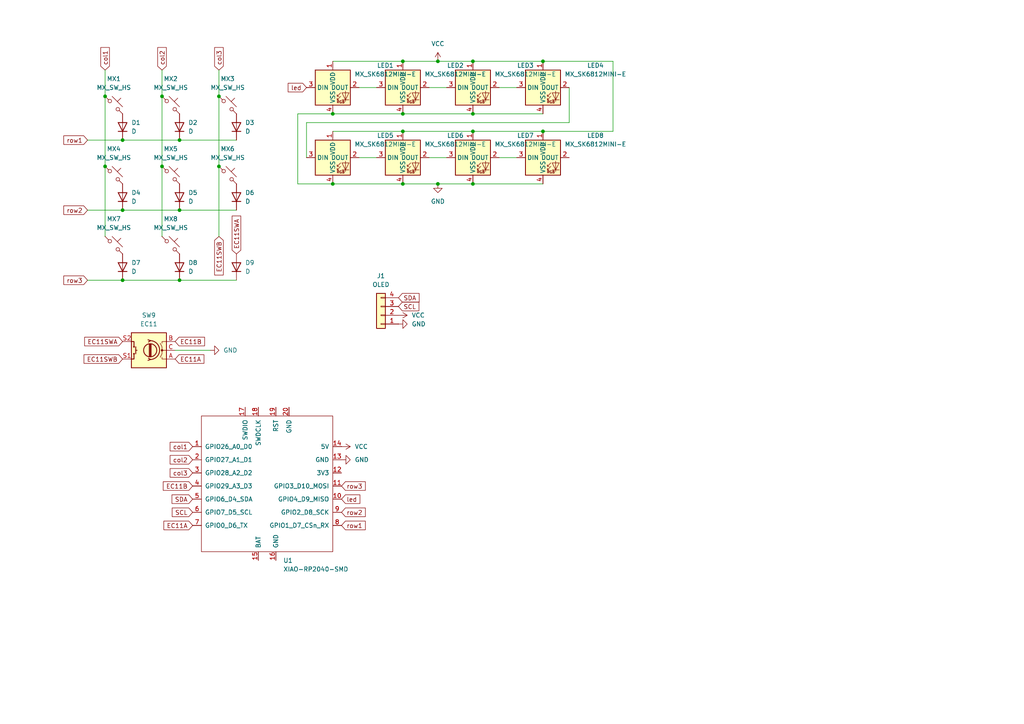
<source format=kicad_sch>
(kicad_sch (version 20250114) (generator "eeschema") (generator_version "9.0")
  (paper "A4")
  (lib_symbols
    (symbol "Connector_Generic:Conn_01x04" (pin_names (offset 1.016) (hide yes))
      (property "Reference" "J" (at 0 5.08 0))
      (property "Value" "Conn_01x04" (at 0 -7.62 0))
      (symbol "Conn_01x04_1_1"
        (rectangle (start -1.27 3.81) (end 1.27 -6.35) (stroke (width 0.254)) (fill (type background)))
        (rectangle (start -1.27 2.667) (end 0 2.413) (stroke (width 0.1524)))
        (rectangle (start -1.27 0.127) (end 0 -0.127) (stroke (width 0.1524)))
        (rectangle (start -1.27 -2.413) (end 0 -2.667) (stroke (width 0.1524)))
        (rectangle (start -1.27 -4.953) (end 0 -5.207) (stroke (width 0.1524)))
        (pin passive line (at -5.08 2.54 0) (length 3.81) (name "Pin_1") (number "1"))
        (pin passive line (at -5.08 0 0) (length 3.81) (name "Pin_2") (number "2"))
        (pin passive line (at -5.08 -2.54 0) (length 3.81) (name "Pin_3") (number "3"))
        (pin passive line (at -5.08 -5.08 0) (length 3.81) (name "Pin_4") (number "4"))
      )
    )
    (symbol "Device:D" (pin_numbers (hide yes)) (pin_names (offset 1.016) (hide yes))
      (property "Reference" "D" (at 0 2.54 0))
      (property "Value" "D" (at 0 -2.54 0))
      (symbol "D_0_1"
        (polyline (pts (xy -1.27 1.27) (xy -1.27 -1.27)) (stroke (width 0.254)))
        (polyline (pts (xy 1.27 1.27) (xy 1.27 -1.27) (xy -1.27 0) (xy 1.27 1.27)) (stroke (width 0.254)))
        (polyline (pts (xy 1.27 0) (xy -1.27 0)))
      )
      (symbol "D_1_1"
        (pin passive line (at -3.81 0 0) (length 2.54) (name "K") (number "1"))
        (pin passive line (at 3.81 0 180) (length 2.54) (name "A") (number "2"))
      )
    )
    (symbol "Device:RotaryEncoder_Switch" (pin_names (offset 0.254) (hide yes))
      (property "Reference" "SW" (at 0 6.604 0))
      (property "Value" "RotaryEncoder_Switch" (at 0 -6.604 0))
      (symbol "RotaryEncoder_Switch_0_1"
        (rectangle (start -5.08 5.08) (end 5.08 -5.08) (stroke (width 0.254)) (fill (type background)))
        (polyline (pts (xy -5.08 2.54) (xy -3.81 2.54) (xy -3.81 2.032)))
        (polyline (pts (xy -5.08 0) (xy -3.81 0) (xy -3.81 -1.016) (xy -3.302 -2.032)))
        (polyline (pts (xy -5.08 -2.54) (xy -3.81 -2.54) (xy -3.81 -2.032)))
        (polyline (pts (xy -4.318 0) (xy -3.81 0) (xy -3.81 1.016) (xy -3.302 2.032)))
        (circle (center -3.81 0) (radius 0.254) (fill (type outline)))
        (polyline (pts (xy -0.635 -1.778) (xy -0.635 1.778)) (stroke (width 0.254)))
        (circle (center -0.381 0) (radius 1.905) (stroke (width 0.254)))
        (polyline (pts (xy -0.381 -1.778) (xy -0.381 1.778)) (stroke (width 0.254)))
        (arc (start -0.381 -2.794) (mid -3.0988 -0.0635) (end -0.381 2.667) (stroke (width 0.254)))
        (polyline (pts (xy -0.127 1.778) (xy -0.127 -1.778)) (stroke (width 0.254)))
        (polyline (pts (xy 0.254 2.921) (xy -0.508 2.667) (xy 0.127 2.286)) (stroke (width 0.254)))
        (polyline (pts (xy 0.254 -3.048) (xy -0.508 -2.794) (xy 0.127 -2.413)) (stroke (width 0.254)))
        (polyline (pts (xy 3.81 1.016) (xy 3.81 -1.016)) (stroke (width 0.254)))
        (polyline (pts (xy 3.81 0) (xy 3.429 0)) (stroke (width 0.254)))
        (circle (center 4.318 1.016) (radius 0.127) (stroke (width 0.254)))
        (circle (center 4.318 -1.016) (radius 0.127) (stroke (width 0.254)))
        (polyline (pts (xy 5.08 2.54) (xy 4.318 2.54) (xy 4.318 1.016)) (stroke (width 0.254)))
        (polyline (pts (xy 5.08 -2.54) (xy 4.318 -2.54) (xy 4.318 -1.016)) (stroke (width 0.254)))
      )
      (symbol "RotaryEncoder_Switch_1_1"
        (pin passive line (at -7.62 2.54 0) (length 2.54) (name "A") (number "A"))
        (pin passive line (at -7.62 0 0) (length 2.54) (name "C") (number "C"))
        (pin passive line (at -7.62 -2.54 0) (length 2.54) (name "B") (number "B"))
        (pin passive line (at 7.62 2.54 180) (length 2.54) (name "S1") (number "S1"))
        (pin passive line (at 7.62 -2.54 180) (length 2.54) (name "S2") (number "S2"))
      )
    )
    (symbol "MX:MX_SK6812MINI-E"
      (property "Reference" "LED" (at 3.175 6.35 0))
      (property "Value" "MX_SK6812MINI-E" (at 10.16 -6.985 0))
      (symbol "MX_SK6812MINI-E_0_0"
        (text "RGB" (at 2.286 -4.191 0) (effects (font (size 0.762 0.762))))
      )
      (symbol "MX_SK6812MINI-E_0_1"
        (rectangle (start -5.08 5.08) (end 5.08 -5.08) (stroke (width 0.254)) (fill (type background)))
        (polyline (pts (xy 1.27 -2.54) (xy 1.778 -2.54)))
        (polyline (pts (xy 1.27 -3.556) (xy 1.778 -3.556)))
        (polyline (pts (xy 2.286 -1.524) (xy 1.27 -2.54) (xy 1.27 -2.032)))
        (polyline (pts (xy 2.286 -2.54) (xy 1.27 -3.556) (xy 1.27 -3.048)))
        (polyline (pts (xy 3.683 -1.016) (xy 3.683 -3.556) (xy 3.683 -4.064)))
        (polyline (pts (xy 4.699 -1.524) (xy 2.667 -1.524) (xy 3.683 -3.556) (xy 4.699 -1.524)))
        (polyline (pts (xy 4.699 -3.556) (xy 2.667 -3.556)))
      )
      (symbol "MX_SK6812MINI-E_1_1"
        (pin input line (at -7.62 0 0) (length 2.54) (name "DIN") (number "3"))
        (pin power_in line (at 0 7.62 270) (length 2.54) (name "VDD") (number "1"))
        (pin power_in line (at 0 -7.62 90) (length 2.54) (name "VSS") (number "4"))
        (pin output line (at 7.62 0 180) (length 2.54) (name "DOUT") (number "2"))
      )
    )
    (symbol "MX:MX_SW_HS_KS-2P02B01-01" (pin_numbers (hide yes)) (pin_names (offset 1.016) (hide yes))
      (property "Reference" "MX" (at 3.048 1.016 0))
      (property "Value" "MX_SW_HS" (at 0 -3.81 0))
      (symbol "MX_SW_HS_KS-2P02B01-01_0_1"
        (polyline (pts (xy -2.54 2.54) (xy -1.524 1.524) (xy -1.524 1.524)))
        (circle (center -1.1684 1.1684) (radius 0.508))
        (polyline (pts (xy -0.508 2.54) (xy 2.54 -0.508)))
        (polyline (pts (xy 1.016 1.016) (xy 2.032 2.032)))
        (circle (center 1.143 -1.1938) (radius 0.508))
        (polyline (pts (xy 1.524 -1.524) (xy 2.54 -2.54) (xy 2.54 -2.54) (xy 2.54 -2.54)))
        (pin passive line (at -2.54 2.54 0) (length 0) (name "1") (number "1"))
        (pin passive line (at 2.54 -2.54 180) (length 0) (name "2") (number "2"))
      )
    )
    (symbol "XIAO:XIAO-RP2040-SMD" (pin_names (offset 1.016))
      (property "Reference" "U" (at -18.542 23.114 0))
      (property "Value" "XIAO-RP2040-SMD" (at -8.382 21.336 0))
      (symbol "XIAO-RP2040-SMD_0_1"
        (rectangle (start 19.05 -19.05) (end -19.05 20.32))
      )
      (symbol "XIAO-RP2040-SMD_1_1"
        (pin passive line (at -21.59 11.43 0) (length 2.54) (name "GPIO26_A0_D0") (number "1"))
        (pin passive line (at -21.59 7.62 0) (length 2.54) (name "GPIO27_A1_D1") (number "2"))
        (pin passive line (at -21.59 3.81 0) (length 2.54) (name "GPIO28_A2_D2") (number "3"))
        (pin passive line (at -21.59 0 0) (length 2.54) (name "GPIO29_A3_D3") (number "4"))
        (pin passive line (at -21.59 -3.81 0) (length 2.54) (name "GPIO6_D4_SDA") (number "5"))
        (pin passive line (at -21.59 -7.62 0) (length 2.54) (name "GPIO7_D5_SCL") (number "6"))
        (pin passive line (at -21.59 -11.43 0) (length 2.54) (name "GPIO0_D6_TX") (number "7"))
        (pin passive line (at -6.35 22.86 270) (length 2.54) (name "SWDIO") (number "17"))
        (pin passive line (at -2.54 22.86 270) (length 2.54) (name "SWDCLK") (number "18"))
        (pin passive line (at -2.54 -21.59 90) (length 2.54) (name "BAT") (number "15"))
        (pin passive line (at 2.54 22.86 270) (length 2.54) (name "RST") (number "19"))
        (pin passive line (at 2.54 -21.59 90) (length 2.54) (name "GND") (number "16"))
        (pin passive line (at 6.35 22.86 270) (length 2.54) (name "GND") (number "20"))
        (pin passive line (at 21.59 11.43 180) (length 2.54) (name "5V") (number "14"))
        (pin passive line (at 21.59 7.62 180) (length 2.54) (name "GND") (number "13"))
        (pin passive line (at 21.59 3.81 180) (length 2.54) (name "3V3") (number "12"))
        (pin passive line (at 21.59 0 180) (length 2.54) (name "GPIO3_D10_MOSI") (number "11"))
        (pin passive line (at 21.59 -3.81 180) (length 2.54) (name "GPIO4_D9_MISO") (number "10"))
        (pin passive line (at 21.59 -7.62 180) (length 2.54) (name "GPIO2_D8_SCK") (number "9"))
        (pin passive line (at 21.59 -11.43 180) (length 2.54) (name "GPIO1_D7_CSn_RX") (number "8"))
      )
    )
    (symbol "power:GND" (power) (pin_numbers (hide yes)) (pin_names (offset 0) (hide yes))
      (property "Value" "GND" (at 0 -3.81 0))
      (symbol "GND_0_1"
        (polyline (pts (xy 0 0) (xy 0 -1.27) (xy 1.27 -1.27) (xy 0 -2.54) (xy -1.27 -1.27) (xy 0 -1.27)))
      )
      (symbol "GND_1_1"
        (pin power_in line (at 0 0 270) (length 0) (name "~") (number "1"))
      )
    )
    (symbol "power:VCC" (power) (pin_numbers (hide yes)) (pin_names (offset 0) (hide yes))
      (property "Value" "VCC" (at 0 3.556 0))
      (symbol "VCC_0_1"
        (polyline (pts (xy -0.762 1.27) (xy 0 2.54)))
        (polyline (pts (xy 0 2.54) (xy 0.762 1.27)))
        (polyline (pts (xy 0 0) (xy 0 2.54)))
      )
      (symbol "VCC_1_1"
        (pin power_in line (at 0 0 90) (length 0) (name "~") (number "1"))
      )
    )
  )
  (junction (at 137.16 33.02))
  (junction (at 30.48 48.26))
  (junction (at 52.07 40.64))
  (junction (at 116.84 53.34))
  (junction (at 137.16 17.78))
  (junction (at 96.52 33.02))
  (junction (at 137.16 53.34))
  (junction (at 137.16 38.1))
  (junction (at 63.5 27.94))
  (junction (at 127 53.34))
  (junction (at 46.99 48.26))
  (junction (at 157.48 38.1))
  (junction (at 96.52 53.34))
  (junction (at 35.56 40.64))
  (junction (at 157.48 17.78))
  (junction (at 116.84 17.78))
  (junction (at 35.56 81.28))
  (junction (at 30.48 27.94))
  (junction (at 35.56 60.96))
  (junction (at 46.99 27.94))
  (junction (at 52.07 81.28))
  (junction (at 52.07 60.96))
  (junction (at 127 17.78))
  (junction (at 116.84 33.02))
  (junction (at 116.84 38.1))
  (junction (at 63.5 48.26))
  (wire (pts (xy 165.1 25.4) (xy 165.1 35.56)))
  (wire (pts (xy 116.84 17.78) (xy 127 17.78)))
  (wire (pts (xy 96.52 33.02) (xy 116.84 33.02)))
  (wire (pts (xy 127 17.78) (xy 137.16 17.78)))
  (wire (pts (xy 104.14 25.4) (xy 109.22 25.4)))
  (wire (pts (xy 35.56 60.96) (xy 52.07 60.96)))
  (wire (pts (xy 137.16 53.34) (xy 157.48 53.34)))
  (wire (pts (xy 124.46 25.4) (xy 129.54 25.4)))
  (wire (pts (xy 63.5 48.26) (xy 63.5 68.58)))
  (wire (pts (xy 144.78 25.4) (xy 149.86 25.4)))
  (wire (pts (xy 137.16 17.78) (xy 157.48 17.78)))
  (wire (pts (xy 96.52 53.34) (xy 116.84 53.34)))
  (wire (pts (xy 137.16 33.02) (xy 157.48 33.02)))
  (wire (pts (xy 46.99 20.32) (xy 46.99 27.94)))
  (wire (pts (xy 144.78 45.72) (xy 149.86 45.72)))
  (wire (pts (xy 25.4 60.96) (xy 35.56 60.96)))
  (wire (pts (xy 46.99 27.94) (xy 46.99 48.26)))
  (wire (pts (xy 86.36 53.34) (xy 96.52 53.34)))
  (wire (pts (xy 137.16 38.1) (xy 157.48 38.1)))
  (wire (pts (xy 116.84 38.1) (xy 137.16 38.1)))
  (wire (pts (xy 96.52 17.78) (xy 116.84 17.78)))
  (wire (pts (xy 52.07 40.64) (xy 68.58 40.64)))
  (wire (pts (xy 88.9 35.56) (xy 88.9 45.72)))
  (wire (pts (xy 116.84 53.34) (xy 127 53.34)))
  (wire (pts (xy 52.07 60.96) (xy 68.58 60.96)))
  (wire (pts (xy 35.56 81.28) (xy 52.07 81.28)))
  (wire (pts (xy 86.36 33.02) (xy 86.36 53.34)))
  (wire (pts (xy 25.4 81.28) (xy 35.56 81.28)))
  (wire (pts (xy 35.56 40.64) (xy 52.07 40.64)))
  (wire (pts (xy 96.52 38.1) (xy 116.84 38.1)))
  (wire (pts (xy 52.07 81.28) (xy 68.58 81.28)))
  (wire (pts (xy 30.48 27.94) (xy 30.48 48.26)))
  (wire (pts (xy 116.84 33.02) (xy 137.16 33.02)))
  (wire (pts (xy 127 53.34) (xy 137.16 53.34)))
  (wire (pts (xy 86.36 33.02) (xy 96.52 33.02)))
  (wire (pts (xy 104.14 45.72) (xy 109.22 45.72)))
  (wire (pts (xy 165.1 35.56) (xy 88.9 35.56)))
  (wire (pts (xy 63.5 27.94) (xy 63.5 48.26)))
  (wire (pts (xy 30.48 48.26) (xy 30.48 68.58)))
  (wire (pts (xy 50.8 101.6) (xy 60.96 101.6)))
  (wire (pts (xy 157.48 17.78) (xy 177.8 17.78)))
  (wire (pts (xy 177.8 17.78) (xy 177.8 38.1)))
  (wire (pts (xy 63.5 20.32) (xy 63.5 27.94)))
  (wire (pts (xy 157.48 38.1) (xy 177.8 38.1)))
  (wire (pts (xy 25.4 40.64) (xy 35.56 40.64)))
  (wire (pts (xy 30.48 20.32) (xy 30.48 27.94)))
  (wire (pts (xy 124.46 45.72) (xy 129.54 45.72)))
  (wire (pts (xy 46.99 48.26) (xy 46.99 68.58)))
  (global_label "EC11A" (shape input) (at 50.8 104.14 0) (property "Intersheetrefs" "${INTERSHEET_REFS}" (effects (hide yes))))
  (global_label "SDA" (shape input) (at 55.88 144.78 180) (property "Intersheetrefs" "${INTERSHEET_REFS}" (effects (hide yes))))
  (global_label "SCL" (shape input) (at 115.57 88.9 0) (property "Intersheetrefs" "${INTERSHEET_REFS}" (effects (hide yes))))
  (global_label "SDA" (shape input) (at 115.57 86.36 0) (property "Intersheetrefs" "${INTERSHEET_REFS}" (effects (hide yes))))
  (global_label "col2" (shape input) (at 46.99 20.32 90) (property "Intersheetrefs" "${INTERSHEET_REFS}" (effects (hide yes))))
  (global_label "SCL" (shape input) (at 55.88 148.59 180) (property "Intersheetrefs" "${INTERSHEET_REFS}" (effects (hide yes))))
  (global_label "EC11B" (shape input) (at 55.88 140.97 180) (property "Intersheetrefs" "${INTERSHEET_REFS}" (effects (hide yes))))
  (global_label "row3" (shape input) (at 99.06 140.97 0) (property "Intersheetrefs" "${INTERSHEET_REFS}" (effects (hide yes))))
  (global_label "led" (shape input) (at 99.06 144.78 0) (property "Intersheetrefs" "${INTERSHEET_REFS}" (effects (hide yes))))
  (global_label "led" (shape input) (at 88.9 25.4 180) (property "Intersheetrefs" "${INTERSHEET_REFS}" (effects (hide yes))))
  (global_label "col1" (shape input) (at 55.88 129.54 180) (property "Intersheetrefs" "${INTERSHEET_REFS}" (effects (hide yes))))
  (global_label "EC11SWB" (shape input) (at 63.5 68.58 270) (property "Intersheetrefs" "${INTERSHEET_REFS}" (effects (hide yes))))
  (global_label "row1" (shape input) (at 99.06 152.4 0) (property "Intersheetrefs" "${INTERSHEET_REFS}" (effects (hide yes))))
  (global_label "EC11A" (shape input) (at 55.88 152.4 180) (property "Intersheetrefs" "${INTERSHEET_REFS}" (effects (hide yes))))
  (global_label "EC11SWA" (shape input) (at 68.58 73.66 90) (property "Intersheetrefs" "${INTERSHEET_REFS}" (effects (hide yes))))
  (global_label "row2" (shape input) (at 99.06 148.59 0) (property "Intersheetrefs" "${INTERSHEET_REFS}" (effects (hide yes))))
  (global_label "row2" (shape input) (at 25.4 60.96 180) (property "Intersheetrefs" "${INTERSHEET_REFS}" (effects (hide yes))))
  (global_label "EC11SWA" (shape input) (at 35.56 99.06 180) (property "Intersheetrefs" "${INTERSHEET_REFS}" (effects (hide yes))))
  (global_label "EC11SWB" (shape input) (at 35.56 104.14 180) (property "Intersheetrefs" "${INTERSHEET_REFS}" (effects (hide yes))))
  (global_label "col3" (shape input) (at 63.5 20.32 90) (property "Intersheetrefs" "${INTERSHEET_REFS}" (effects (hide yes))))
  (global_label "col1" (shape input) (at 30.48 20.32 90) (property "Intersheetrefs" "${INTERSHEET_REFS}" (effects (hide yes))))
  (global_label "row3" (shape input) (at 25.4 81.28 180) (property "Intersheetrefs" "${INTERSHEET_REFS}" (effects (hide yes))))
  (global_label "row1" (shape input) (at 25.4 40.64 180) (property "Intersheetrefs" "${INTERSHEET_REFS}" (effects (hide yes))))
  (global_label "col3" (shape input) (at 55.88 137.16 180) (property "Intersheetrefs" "${INTERSHEET_REFS}" (effects (hide yes))))
  (global_label "col2" (shape input) (at 55.88 133.35 180) (property "Intersheetrefs" "${INTERSHEET_REFS}" (effects (hide yes))))
  (global_label "EC11B" (shape input) (at 50.8 99.06 0) (property "Intersheetrefs" "${INTERSHEET_REFS}" (effects (hide yes))))
  (symbol (lib_id "power:GND") (at 60.96 101.6 90) (unit 1)
    (property "Reference" "#PWR07" (effects (hide yes)))
    (property "Value" "GND" (at 64.77 101.5999 90) (effects (justify right)))
    (property "Description" "Power symbol creates a global label with name \"GND\" , ground" (effects (hide yes)))
  )
  (symbol (lib_id "MX:MX_SK6812MINI-E") (at 137.16 25.4 0) (unit 1)
    (property "Reference" "LED3" (at 152.4 18.9798 0))
    (property "Value" "MX_SK6812MINI-E" (at 152.4 21.5198 0))
    (property "Footprint" "MX:LED_MX_6028R" (effects (hide yes)))
    (property "Description" "Reverse mount adressable LED (WS2812 protocol)" (effects (hide yes)))
  )
  (symbol (lib_id "MX:MX_SK6812MINI-E") (at 116.84 25.4 0) (unit 1)
    (property "Reference" "LED2" (at 132.08 18.9798 0))
    (property "Value" "MX_SK6812MINI-E" (at 132.08 21.5198 0))
    (property "Footprint" "MX:LED_MX_6028R" (effects (hide yes)))
    (property "Description" "Reverse mount adressable LED (WS2812 protocol)" (effects (hide yes)))
  )
  (symbol (lib_id "power:GND") (at 127 53.34 0) (unit 1)
    (property "Reference" "#PWR05" (effects (hide yes)))
    (property "Value" "GND" (at 127 58.42 0))
    (property "Description" "Power symbol creates a global label with name \"GND\" , ground" (effects (hide yes)))
  )
  (symbol (lib_id "MX:MX_SW_HS_KS-2P02B01-01") (at 33.02 50.8 0) (unit 1)
    (property "Reference" "MX4" (at 33.02 43.18 0))
    (property "Value" "MX_SW_HS" (at 33.02 45.72 0))
    (property "Footprint" "Button_Switch_Keyboard:SW_Cherry_MX_1.00u_PCB" (effects (hide yes)))
    (property "Description" "Push button switch, normally open, two pins, 45° tilted, Gateron KS-2P02B01-01 for Cherry MX style switches" (effects (hide yes)))
  )
  (symbol (lib_id "MX:MX_SW_HS_KS-2P02B01-01") (at 33.02 71.12 0) (unit 1)
    (property "Reference" "MX7" (at 33.02 63.5 0))
    (property "Value" "MX_SW_HS" (at 33.02 66.04 0))
    (property "Footprint" "Button_Switch_Keyboard:SW_Cherry_MX_1.00u_PCB" (effects (hide yes)))
    (property "Description" "Push button switch, normally open, two pins, 45° tilted, Gateron KS-2P02B01-01 for Cherry MX style switches" (effects (hide yes)))
  )
  (symbol (lib_id "MX:MX_SW_HS_KS-2P02B01-01") (at 66.04 30.48 0) (unit 1)
    (property "Reference" "MX3" (at 66.04 22.86 0))
    (property "Value" "MX_SW_HS" (at 66.04 25.4 0))
    (property "Footprint" "Button_Switch_Keyboard:SW_Cherry_MX_1.00u_PCB" (effects (hide yes)))
    (property "Description" "Push button switch, normally open, two pins, 45° tilted, Gateron KS-2P02B01-01 for Cherry MX style switches" (effects (hide yes)))
  )
  (symbol (lib_id "Connector_Generic:Conn_01x04") (at 110.49 91.44 180) (unit 1)
    (property "Reference" "J1" (at 110.49 80.01 0))
    (property "Value" "OLED" (at 110.49 82.55 0))
    (property "Footprint" "OLED:SSD1306-0.91-OLED-4pin-128x32" (effects (hide yes)))
    (property "Description" "Generic connector, single row, 01x04, script generated (kicad-library-utils/schlib/autogen/connector/)" (effects (hide yes)))
  )
  (symbol (lib_id "Device:D") (at 35.56 77.47 90) (unit 1)
    (property "Reference" "D7" (at 38.1 76.1999 90) (effects (justify right)))
    (property "Value" "D" (at 38.1 78.7399 90) (effects (justify right)))
    (property "Footprint" "Diode_THT:D_DO-35_SOD27_P7.62mm_Horizontal" (effects (hide yes)))
    (property "Description" "Diode" (effects (hide yes)))
    (property "Sim.Device" "D" (effects (hide yes)))
    (property "Sim.Pins" "1=K 2=A" (effects (hide yes)))
  )
  (symbol (lib_id "XIAO:XIAO-RP2040-SMD") (at 77.47 140.97 0) (unit 1)
    (property "Reference" "U1" (at 82.1533 162.56 0) (effects (justify left)))
    (property "Value" "XIAO-RP2040-SMD" (at 82.1533 165.1 0) (effects (justify left)))
    (property "Footprint" "XIAO:XIAO-RP2040-SMD" (effects (hide yes)))
  )
  (symbol (lib_id "MX:MX_SW_HS_KS-2P02B01-01") (at 49.53 71.12 0) (unit 1)
    (property "Reference" "MX8" (at 49.53 63.5 0))
    (property "Value" "MX_SW_HS" (at 49.53 66.04 0))
    (property "Footprint" "Button_Switch_Keyboard:SW_Cherry_MX_1.00u_PCB" (effects (hide yes)))
    (property "Description" "Push button switch, normally open, two pins, 45° tilted, Gateron KS-2P02B01-01 for Cherry MX style switches" (effects (hide yes)))
  )
  (symbol (lib_id "MX:MX_SW_HS_KS-2P02B01-01") (at 49.53 30.48 0) (unit 1)
    (property "Reference" "MX2" (at 49.53 22.86 0))
    (property "Value" "MX_SW_HS" (at 49.53 25.4 0))
    (property "Footprint" "Button_Switch_Keyboard:SW_Cherry_MX_1.00u_PCB" (effects (hide yes)))
    (property "Description" "Push button switch, normally open, two pins, 45° tilted, Gateron KS-2P02B01-01 for Cherry MX style switches" (effects (hide yes)))
  )
  (symbol (lib_id "MX:MX_SW_HS_KS-2P02B01-01") (at 66.04 50.8 0) (unit 1)
    (property "Reference" "MX6" (at 66.04 43.18 0))
    (property "Value" "MX_SW_HS" (at 66.04 45.72 0))
    (property "Footprint" "Button_Switch_Keyboard:SW_Cherry_MX_1.00u_PCB" (effects (hide yes)))
    (property "Description" "Push button switch, normally open, two pins, 45° tilted, Gateron KS-2P02B01-01 for Cherry MX style switches" (effects (hide yes)))
  )
  (symbol (lib_id "MX:MX_SW_HS_KS-2P02B01-01") (at 33.02 30.48 0) (unit 1)
    (property "Reference" "MX1" (at 33.02 22.86 0))
    (property "Value" "MX_SW_HS" (at 33.02 25.4 0))
    (property "Footprint" "Button_Switch_Keyboard:SW_Cherry_MX_1.00u_PCB" (effects (hide yes)))
    (property "Description" "Push button switch, normally open, two pins, 45° tilted, Gateron KS-2P02B01-01 for Cherry MX style switches" (effects (hide yes)))
  )
  (symbol (lib_id "Device:D") (at 35.56 57.15 90) (unit 1)
    (property "Reference" "D4" (at 38.1 55.8799 90) (effects (justify right)))
    (property "Value" "D" (at 38.1 58.4199 90) (effects (justify right)))
    (property "Footprint" "Diode_THT:D_DO-35_SOD27_P7.62mm_Horizontal" (effects (hide yes)))
    (property "Description" "Diode" (effects (hide yes)))
    (property "Sim.Device" "D" (effects (hide yes)))
    (property "Sim.Pins" "1=K 2=A" (effects (hide yes)))
  )
  (symbol (lib_id "Device:D") (at 35.56 36.83 90) (unit 1)
    (property "Reference" "D1" (at 38.1 35.5599 90) (effects (justify right)))
    (property "Value" "D" (at 38.1 38.0999 90) (effects (justify right)))
    (property "Footprint" "Diode_THT:D_DO-35_SOD27_P7.62mm_Horizontal" (effects (hide yes)))
    (property "Description" "Diode" (effects (hide yes)))
    (property "Sim.Device" "D" (effects (hide yes)))
    (property "Sim.Pins" "1=K 2=A" (effects (hide yes)))
  )
  (symbol (lib_id "MX:MX_SK6812MINI-E") (at 137.16 45.72 0) (unit 1)
    (property "Reference" "LED7" (at 152.4 39.2998 0))
    (property "Value" "MX_SK6812MINI-E" (at 152.4 41.8398 0))
    (property "Footprint" "MX:LED_MX_6028R" (effects (hide yes)))
    (property "Description" "Reverse mount adressable LED (WS2812 protocol)" (effects (hide yes)))
  )
  (symbol (lib_id "Device:RotaryEncoder_Switch") (at 43.18 101.6 180) (unit 1)
    (property "Reference" "SW9" (at 43.18 91.44 0))
    (property "Value" "EC11" (at 43.18 93.98 0))
    (property "Footprint" "XIAO:RotaryEncoder_Alps_EC11E-Switch_Vertical_H20mm" (effects (hide yes)))
    (property "Description" "Rotary encoder, dual channel, incremental quadrate outputs, with switch" (effects (hide yes)))
  )
  (symbol (lib_id "power:GND") (at 115.57 93.98 90) (unit 1)
    (property "Reference" "#PWR04" (effects (hide yes)))
    (property "Value" "GND" (at 119.38 93.9799 90) (effects (justify right)))
    (property "Description" "Power symbol creates a global label with name \"GND\" , ground" (effects (hide yes)))
  )
  (symbol (lib_id "Device:D") (at 68.58 77.47 90) (unit 1)
    (property "Reference" "D9" (at 71.12 76.1999 90) (effects (justify right)))
    (property "Value" "D" (at 71.12 78.7399 90) (effects (justify right)))
    (property "Footprint" "Diode_THT:D_DO-35_SOD27_P7.62mm_Horizontal" (effects (hide yes)))
    (property "Description" "Diode" (effects (hide yes)))
    (property "Sim.Device" "D" (effects (hide yes)))
    (property "Sim.Pins" "1=K 2=A" (effects (hide yes)))
  )
  (symbol (lib_id "MX:MX_SW_HS_KS-2P02B01-01") (at 49.53 50.8 0) (unit 1)
    (property "Reference" "MX5" (at 49.53 43.18 0))
    (property "Value" "MX_SW_HS" (at 49.53 45.72 0))
    (property "Footprint" "Button_Switch_Keyboard:SW_Cherry_MX_1.00u_PCB" (effects (hide yes)))
    (property "Description" "Push button switch, normally open, two pins, 45° tilted, Gateron KS-2P02B01-01 for Cherry MX style switches" (effects (hide yes)))
  )
  (symbol (lib_id "Device:D") (at 52.07 77.47 90) (unit 1)
    (property "Reference" "D8" (at 54.61 76.1999 90) (effects (justify right)))
    (property "Value" "D" (at 54.61 78.7399 90) (effects (justify right)))
    (property "Footprint" "Diode_THT:D_DO-35_SOD27_P7.62mm_Horizontal" (effects (hide yes)))
    (property "Description" "Diode" (effects (hide yes)))
    (property "Sim.Device" "D" (effects (hide yes)))
    (property "Sim.Pins" "1=K 2=A" (effects (hide yes)))
  )
  (symbol (lib_id "power:VCC") (at 99.06 129.54 270) (unit 1)
    (property "Reference" "#PWR01" (effects (hide yes)))
    (property "Value" "VCC" (at 102.87 129.5399 90) (effects (justify left)))
    (property "Description" "Power symbol creates a global label with name \"VCC\"" (effects (hide yes)))
  )
  (symbol (lib_id "MX:MX_SK6812MINI-E") (at 116.84 45.72 0) (unit 1)
    (property "Reference" "LED6" (at 132.08 39.2998 0))
    (property "Value" "MX_SK6812MINI-E" (at 132.08 41.8398 0))
    (property "Footprint" "MX:LED_MX_6028R" (effects (hide yes)))
    (property "Description" "Reverse mount adressable LED (WS2812 protocol)" (effects (hide yes)))
  )
  (symbol (lib_id "power:VCC") (at 115.57 91.44 270) (unit 1)
    (property "Reference" "#PWR03" (effects (hide yes)))
    (property "Value" "VCC" (at 119.38 91.4399 90) (effects (justify left)))
    (property "Description" "Power symbol creates a global label with name \"VCC\"" (effects (hide yes)))
  )
  (symbol (lib_id "power:GND") (at 99.06 133.35 90) (unit 1)
    (property "Reference" "#PWR02" (effects (hide yes)))
    (property "Value" "GND" (at 102.87 133.3499 90) (effects (justify right)))
    (property "Description" "Power symbol creates a global label with name \"GND\" , ground" (effects (hide yes)))
  )
  (symbol (lib_id "MX:MX_SK6812MINI-E") (at 157.48 45.72 0) (unit 1)
    (property "Reference" "LED8" (at 172.72 39.2998 0))
    (property "Value" "MX_SK6812MINI-E" (at 172.72 41.8398 0))
    (property "Footprint" "MX:LED_MX_6028R" (effects (hide yes)))
    (property "Description" "Reverse mount adressable LED (WS2812 protocol)" (effects (hide yes)))
  )
  (symbol (lib_id "Device:D") (at 52.07 36.83 90) (unit 1)
    (property "Reference" "D2" (at 54.61 35.5599 90) (effects (justify right)))
    (property "Value" "D" (at 54.61 38.0999 90) (effects (justify right)))
    (property "Footprint" "Diode_THT:D_DO-35_SOD27_P7.62mm_Horizontal" (effects (hide yes)))
    (property "Description" "Diode" (effects (hide yes)))
    (property "Sim.Device" "D" (effects (hide yes)))
    (property "Sim.Pins" "1=K 2=A" (effects (hide yes)))
  )
  (symbol (lib_id "Device:D") (at 52.07 57.15 90) (unit 1)
    (property "Reference" "D5" (at 54.61 55.8799 90) (effects (justify right)))
    (property "Value" "D" (at 54.61 58.4199 90) (effects (justify right)))
    (property "Footprint" "Diode_THT:D_DO-35_SOD27_P7.62mm_Horizontal" (effects (hide yes)))
    (property "Description" "Diode" (effects (hide yes)))
    (property "Sim.Device" "D" (effects (hide yes)))
    (property "Sim.Pins" "1=K 2=A" (effects (hide yes)))
  )
  (symbol (lib_id "MX:MX_SK6812MINI-E") (at 96.52 25.4 0) (unit 1)
    (property "Reference" "LED1" (at 111.76 18.9798 0))
    (property "Value" "MX_SK6812MINI-E" (at 111.76 21.5198 0))
    (property "Footprint" "MX:LED_MX_6028R" (effects (hide yes)))
    (property "Description" "Reverse mount adressable LED (WS2812 protocol)" (effects (hide yes)))
  )
  (symbol (lib_id "Device:D") (at 68.58 57.15 90) (unit 1)
    (property "Reference" "D6" (at 71.12 55.8799 90) (effects (justify right)))
    (property "Value" "D" (at 71.12 58.4199 90) (effects (justify right)))
    (property "Footprint" "Diode_THT:D_DO-35_SOD27_P7.62mm_Horizontal" (effects (hide yes)))
    (property "Description" "Diode" (effects (hide yes)))
    (property "Sim.Device" "D" (effects (hide yes)))
    (property "Sim.Pins" "1=K 2=A" (effects (hide yes)))
  )
  (symbol (lib_id "MX:MX_SK6812MINI-E") (at 157.48 25.4 0) (unit 1)
    (property "Reference" "LED4" (at 172.72 18.9798 0))
    (property "Value" "MX_SK6812MINI-E" (at 172.72 21.5198 0))
    (property "Footprint" "MX:LED_MX_6028R" (effects (hide yes)))
    (property "Description" "Reverse mount adressable LED (WS2812 protocol)" (effects (hide yes)))
  )
  (symbol (lib_id "MX:MX_SK6812MINI-E") (at 96.52 45.72 0) (unit 1)
    (property "Reference" "LED5" (at 111.76 39.2998 0))
    (property "Value" "MX_SK6812MINI-E" (at 111.76 41.8398 0))
    (property "Footprint" "MX:LED_MX_6028R" (effects (hide yes)))
    (property "Description" "Reverse mount adressable LED (WS2812 protocol)" (effects (hide yes)))
  )
  (symbol (lib_id "power:VCC") (at 127 17.78 0) (unit 1)
    (property "Reference" "#PWR06" (effects (hide yes)))
    (property "Value" "VCC" (at 127 12.7 0))
    (property "Description" "Power symbol creates a global label with name \"VCC\"" (effects (hide yes)))
  )
  (symbol (lib_id "Device:D") (at 68.58 36.83 90) (unit 1)
    (property "Reference" "D3" (at 71.12 35.5599 90) (effects (justify right)))
    (property "Value" "D" (at 71.12 38.0999 90) (effects (justify right)))
    (property "Footprint" "Diode_THT:D_DO-35_SOD27_P7.62mm_Horizontal" (effects (hide yes)))
    (property "Description" "Diode" (effects (hide yes)))
    (property "Sim.Device" "D" (effects (hide yes)))
    (property "Sim.Pins" "1=K 2=A" (effects (hide yes)))
  )
)
</source>
